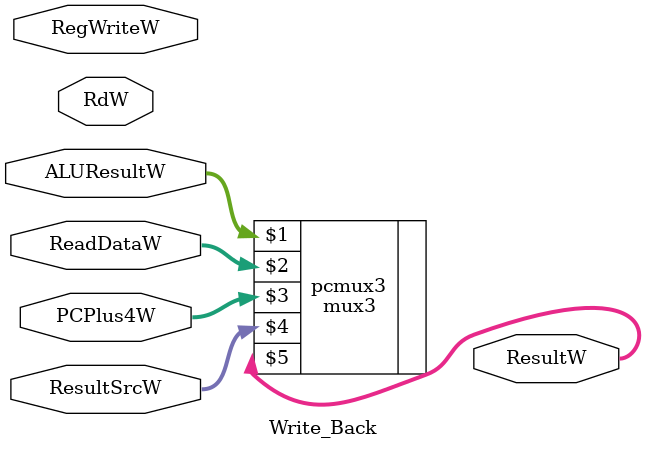
<source format=sv>

module Write_Back(
  // input  logic        clk, reset, why? --Dr.M
   input logic        RegWriteW, 
   input logic [1:0]  ResultSrcW,
   input logic [31:0] ALUResultW,
   input logic [31:0] ReadDataW,
   input logic [4:0] RdW,  // fix to be 4:0 --Dr.M
   input logic [31:0] PCPlus4W,
   
   output logic [31:0]  ResultW  //should be 32 bits 
    
    );
    
mux3 #(32)  pcmux3(ALUResultW, ReadDataW, PCPlus4W, ResultSrcW, ResultW);

//      initial begin
//        $display("Time\t ResultW\t ");
//        $monitor("%h\t\t", $time, ResultW);
//        #220 $finish;
//     end

endmodule

</source>
